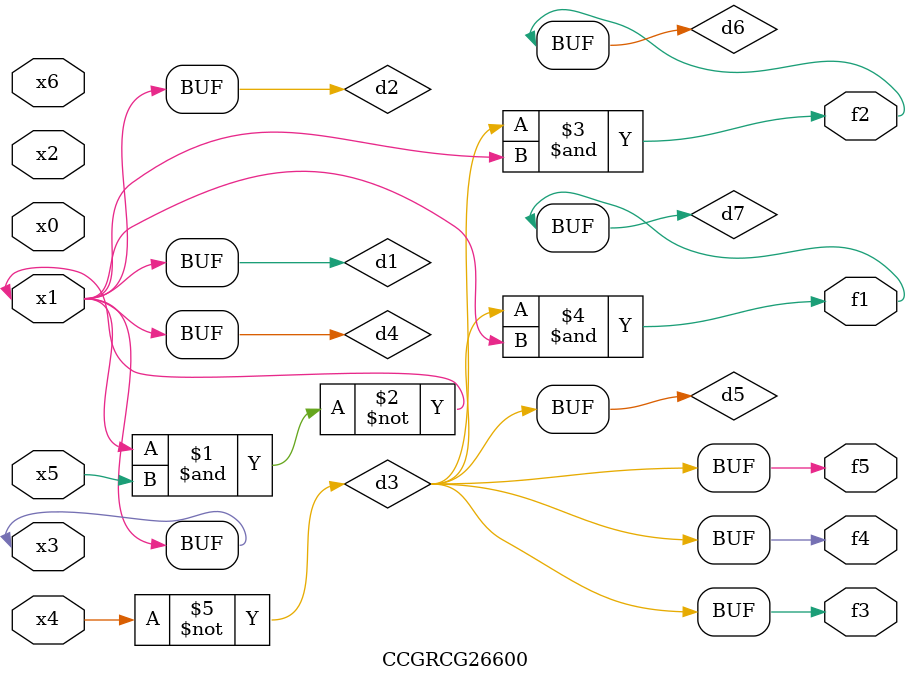
<source format=v>
module CCGRCG26600(
	input x0, x1, x2, x3, x4, x5, x6,
	output f1, f2, f3, f4, f5
);

	wire d1, d2, d3, d4, d5, d6, d7;

	buf (d1, x1, x3);
	nand (d2, x1, x5);
	not (d3, x4);
	buf (d4, d1, d2);
	buf (d5, d3);
	and (d6, d3, d4);
	and (d7, d3, d4);
	assign f1 = d7;
	assign f2 = d6;
	assign f3 = d5;
	assign f4 = d5;
	assign f5 = d5;
endmodule

</source>
